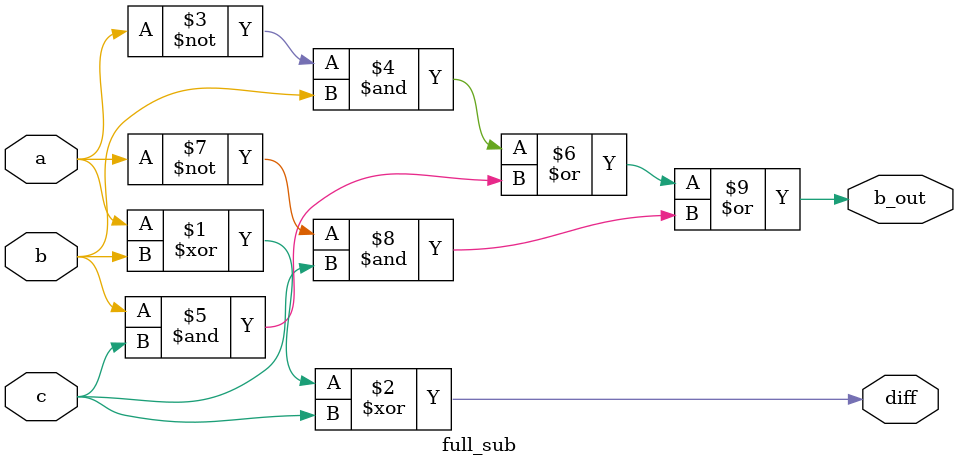
<source format=v>
module full_sub(
  input a,b,c,
  output diff,b_out
);
  assign diff = a^b^c;
  assign b_out = (~a&b)|(b&c)|(~a&c);
endmodule


  
    
 
    
      

</source>
